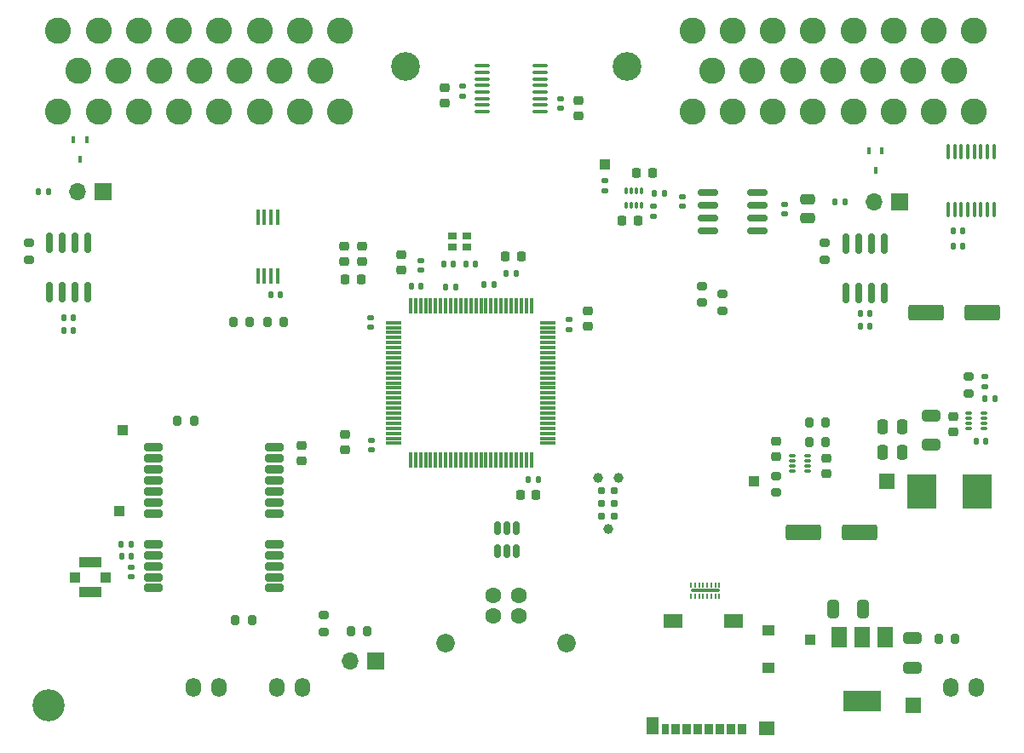
<source format=gts>
G04 #@! TF.GenerationSoftware,KiCad,Pcbnew,8.0.2*
G04 #@! TF.CreationDate,2025-01-25T00:37:37-07:00*
G04 #@! TF.ProjectId,sdm24logger,73646d32-346c-46f6-9767-65722e6b6963,v3.1*
G04 #@! TF.SameCoordinates,Original*
G04 #@! TF.FileFunction,Soldermask,Top*
G04 #@! TF.FilePolarity,Negative*
%FSLAX46Y46*%
G04 Gerber Fmt 4.6, Leading zero omitted, Abs format (unit mm)*
G04 Created by KiCad (PCBNEW 8.0.2) date 2025-01-25 00:37:37*
%MOMM*%
%LPD*%
G01*
G04 APERTURE LIST*
G04 Aperture macros list*
%AMRoundRect*
0 Rectangle with rounded corners*
0 $1 Rounding radius*
0 $2 $3 $4 $5 $6 $7 $8 $9 X,Y pos of 4 corners*
0 Add a 4 corners polygon primitive as box body*
4,1,4,$2,$3,$4,$5,$6,$7,$8,$9,$2,$3,0*
0 Add four circle primitives for the rounded corners*
1,1,$1+$1,$2,$3*
1,1,$1+$1,$4,$5*
1,1,$1+$1,$6,$7*
1,1,$1+$1,$8,$9*
0 Add four rect primitives between the rounded corners*
20,1,$1+$1,$2,$3,$4,$5,0*
20,1,$1+$1,$4,$5,$6,$7,0*
20,1,$1+$1,$6,$7,$8,$9,0*
20,1,$1+$1,$8,$9,$2,$3,0*%
G04 Aperture macros list end*
%ADD10RoundRect,0.140000X0.140000X0.170000X-0.140000X0.170000X-0.140000X-0.170000X0.140000X-0.170000X0*%
%ADD11RoundRect,0.135000X-0.135000X-0.185000X0.135000X-0.185000X0.135000X0.185000X-0.135000X0.185000X0*%
%ADD12RoundRect,0.200000X0.200000X0.275000X-0.200000X0.275000X-0.200000X-0.275000X0.200000X-0.275000X0*%
%ADD13RoundRect,0.140000X-0.140000X-0.170000X0.140000X-0.170000X0.140000X0.170000X-0.140000X0.170000X0*%
%ADD14RoundRect,0.225000X-0.250000X0.225000X-0.250000X-0.225000X0.250000X-0.225000X0.250000X0.225000X0*%
%ADD15RoundRect,0.250000X-1.500000X-0.550000X1.500000X-0.550000X1.500000X0.550000X-1.500000X0.550000X0*%
%ADD16RoundRect,0.200000X-0.200000X-0.275000X0.200000X-0.275000X0.200000X0.275000X-0.200000X0.275000X0*%
%ADD17RoundRect,0.225000X-0.225000X-0.250000X0.225000X-0.250000X0.225000X0.250000X-0.225000X0.250000X0*%
%ADD18RoundRect,0.225000X0.225000X0.250000X-0.225000X0.250000X-0.225000X-0.250000X0.225000X-0.250000X0*%
%ADD19R,1.000000X1.000000*%
%ADD20RoundRect,0.200000X0.275000X-0.200000X0.275000X0.200000X-0.275000X0.200000X-0.275000X-0.200000X0*%
%ADD21R,1.700000X1.700000*%
%ADD22O,1.700000X1.700000*%
%ADD23C,2.844800*%
%ADD24C,2.600000*%
%ADD25RoundRect,0.150000X-0.150000X0.512500X-0.150000X-0.512500X0.150000X-0.512500X0.150000X0.512500X0*%
%ADD26RoundRect,0.250000X1.500000X0.550000X-1.500000X0.550000X-1.500000X-0.550000X1.500000X-0.550000X0*%
%ADD27RoundRect,0.140000X0.170000X-0.140000X0.170000X0.140000X-0.170000X0.140000X-0.170000X-0.140000X0*%
%ADD28RoundRect,0.050000X-0.050000X0.175000X-0.050000X-0.175000X0.050000X-0.175000X0.050000X0.175000X0*%
%ADD29RoundRect,0.075000X-1.325000X0.075000X-1.325000X-0.075000X1.325000X-0.075000X1.325000X0.075000X0*%
%ADD30RoundRect,0.135000X0.185000X-0.135000X0.185000X0.135000X-0.185000X0.135000X-0.185000X-0.135000X0*%
%ADD31R,2.200000X1.050000*%
%ADD32R,2.950000X3.500000*%
%ADD33RoundRect,0.218750X0.218750X0.256250X-0.218750X0.256250X-0.218750X-0.256250X0.218750X-0.256250X0*%
%ADD34RoundRect,0.225000X0.250000X-0.225000X0.250000X0.225000X-0.250000X0.225000X-0.250000X-0.225000X0*%
%ADD35RoundRect,0.075000X0.075000X-0.260000X0.075000X0.260000X-0.075000X0.260000X-0.075000X-0.260000X0*%
%ADD36RoundRect,0.250000X-0.325000X-0.650000X0.325000X-0.650000X0.325000X0.650000X-0.325000X0.650000X0*%
%ADD37R,0.850000X1.100000*%
%ADD38R,0.750000X1.100000*%
%ADD39R,1.200000X1.000000*%
%ADD40R,1.550000X1.350000*%
%ADD41R,1.900000X1.350000*%
%ADD42R,1.170000X1.800000*%
%ADD43RoundRect,0.075000X-0.075000X0.725000X-0.075000X-0.725000X0.075000X-0.725000X0.075000X0.725000X0*%
%ADD44RoundRect,0.075000X-0.725000X0.075000X-0.725000X-0.075000X0.725000X-0.075000X0.725000X0.075000X0*%
%ADD45RoundRect,0.250000X-0.250000X-0.475000X0.250000X-0.475000X0.250000X0.475000X-0.250000X0.475000X0*%
%ADD46R,0.450000X0.700000*%
%ADD47R,1.500000X1.500000*%
%ADD48RoundRect,0.150000X0.150000X-0.825000X0.150000X0.825000X-0.150000X0.825000X-0.150000X-0.825000X0*%
%ADD49RoundRect,0.135000X-0.185000X0.135000X-0.185000X-0.135000X0.185000X-0.135000X0.185000X0.135000X0*%
%ADD50C,3.200000*%
%ADD51C,0.990600*%
%ADD52C,0.787400*%
%ADD53RoundRect,0.250000X-0.650000X0.325000X-0.650000X-0.325000X0.650000X-0.325000X0.650000X0.325000X0*%
%ADD54RoundRect,0.200000X-0.275000X0.200000X-0.275000X-0.200000X0.275000X-0.200000X0.275000X0.200000X0*%
%ADD55O,1.524000X1.924000*%
%ADD56RoundRect,0.150000X0.825000X0.150000X-0.825000X0.150000X-0.825000X-0.150000X0.825000X-0.150000X0*%
%ADD57RoundRect,0.140000X-0.170000X0.140000X-0.170000X-0.140000X0.170000X-0.140000X0.170000X0.140000X0*%
%ADD58RoundRect,0.147500X0.172500X-0.147500X0.172500X0.147500X-0.172500X0.147500X-0.172500X-0.147500X0*%
%ADD59RoundRect,0.075000X0.260000X0.075000X-0.260000X0.075000X-0.260000X-0.075000X0.260000X-0.075000X0*%
%ADD60C,1.840000*%
%ADD61C,1.600000*%
%ADD62RoundRect,0.200000X-0.700000X-0.200000X0.700000X-0.200000X0.700000X0.200000X-0.700000X0.200000X0*%
%ADD63R,0.900000X0.800000*%
%ADD64RoundRect,0.100000X-0.100000X0.637500X-0.100000X-0.637500X0.100000X-0.637500X0.100000X0.637500X0*%
%ADD65RoundRect,0.075000X-0.260000X-0.075000X0.260000X-0.075000X0.260000X0.075000X-0.260000X0.075000X0*%
%ADD66RoundRect,0.250000X0.475000X-0.250000X0.475000X0.250000X-0.475000X0.250000X-0.475000X-0.250000X0*%
%ADD67RoundRect,0.135000X0.135000X0.185000X-0.135000X0.185000X-0.135000X-0.185000X0.135000X-0.185000X0*%
%ADD68RoundRect,0.100000X-0.100000X0.675000X-0.100000X-0.675000X0.100000X-0.675000X0.100000X0.675000X0*%
%ADD69RoundRect,0.100000X0.637500X0.100000X-0.637500X0.100000X-0.637500X-0.100000X0.637500X-0.100000X0*%
%ADD70R,1.500000X2.000000*%
%ADD71R,3.800000X2.000000*%
G04 APERTURE END LIST*
D10*
X126480000Y-111500000D03*
X125520000Y-111500000D03*
D11*
X164155000Y-103000000D03*
X165175000Y-103000000D03*
D12*
X117725000Y-145700000D03*
X116075000Y-145700000D03*
D13*
X175920000Y-107400000D03*
X176880000Y-107400000D03*
D14*
X139600000Y-113825000D03*
X139600000Y-115375000D03*
D15*
X161060000Y-135840000D03*
X166660000Y-135840000D03*
D10*
X88505000Y-114500000D03*
X87545000Y-114500000D03*
D16*
X104375000Y-114900000D03*
X106025000Y-114900000D03*
D17*
X132925000Y-132100000D03*
X134475000Y-132100000D03*
D12*
X100495000Y-124800000D03*
X98845000Y-124800000D03*
D10*
X123025000Y-111400000D03*
X122065000Y-111400000D03*
D18*
X144600000Y-104865000D03*
X143050000Y-104865000D03*
D19*
X93370000Y-125700000D03*
D12*
X163285000Y-126840000D03*
X161635000Y-126840000D03*
D20*
X163200000Y-108725000D03*
X163200000Y-107075000D03*
D21*
X91475000Y-102000000D03*
D22*
X88935000Y-102000000D03*
D23*
X121499999Y-89500115D03*
D24*
X114999999Y-94000000D03*
X111000000Y-94000000D03*
X107000000Y-94000000D03*
X103000000Y-94000000D03*
X99000001Y-94000000D03*
X95000001Y-94000000D03*
X91000002Y-94000000D03*
X87000002Y-94000000D03*
X113000001Y-90000000D03*
X109000001Y-90000000D03*
X105000001Y-90000000D03*
X101000002Y-90000000D03*
X97000002Y-90000000D03*
X93000003Y-90000000D03*
X89000003Y-90000000D03*
X114999999Y-86000000D03*
X111000000Y-86000000D03*
X107000000Y-86000000D03*
X103000000Y-86000000D03*
X99000001Y-86000000D03*
X95000001Y-86000000D03*
X91000002Y-86000000D03*
X87000002Y-86000000D03*
D23*
X143500005Y-89500115D03*
D24*
X177999999Y-94000000D03*
X174000000Y-94000000D03*
X170000000Y-94000000D03*
X166000000Y-94000000D03*
X162000001Y-94000000D03*
X158000001Y-94000000D03*
X154000002Y-94000000D03*
X150000002Y-94000000D03*
X176000001Y-90000000D03*
X172000001Y-90000000D03*
X168000001Y-90000000D03*
X164000002Y-90000000D03*
X160000002Y-90000000D03*
X156000003Y-90000000D03*
X152000003Y-90000000D03*
X177999999Y-86000000D03*
X174000000Y-86000000D03*
X170000000Y-86000000D03*
X166000000Y-86000000D03*
X162000001Y-86000000D03*
X158000001Y-86000000D03*
X154000002Y-86000000D03*
X150000002Y-86000000D03*
D25*
X132550000Y-135462500D03*
X131600000Y-135462500D03*
X130650000Y-135462500D03*
X130650000Y-137737500D03*
X131600000Y-137737500D03*
X132550000Y-137737500D03*
D10*
X94250000Y-138200000D03*
X93290000Y-138200000D03*
D19*
X161700000Y-146500000D03*
D26*
X178800000Y-114000000D03*
X173200000Y-114000000D03*
D12*
X176125000Y-146400000D03*
X174475000Y-146400000D03*
D10*
X167680000Y-115400000D03*
X166720000Y-115400000D03*
D27*
X118100000Y-127680000D03*
X118100000Y-126720000D03*
D28*
X152680000Y-141075000D03*
X152280000Y-141075000D03*
X151880000Y-141075000D03*
X151480000Y-141075000D03*
X151080000Y-141075000D03*
X150680000Y-141075000D03*
X150280000Y-141075000D03*
X149880000Y-141075000D03*
X149880000Y-142225000D03*
X150280000Y-142225000D03*
X150680000Y-142225000D03*
X151080000Y-142225000D03*
X151480000Y-142225000D03*
X151880000Y-142225000D03*
X152280000Y-142225000D03*
X152680000Y-142225000D03*
D29*
X151280000Y-141650000D03*
D27*
X159200000Y-104180000D03*
X159200000Y-103220000D03*
D30*
X146155000Y-104435000D03*
X146155000Y-103415000D03*
D19*
X91670000Y-140300000D03*
D31*
X90170000Y-141775000D03*
D19*
X88670000Y-140300000D03*
D31*
X90170000Y-138825000D03*
D10*
X128460000Y-109170000D03*
X127500000Y-109170000D03*
D32*
X172835000Y-131800000D03*
X178285000Y-131800000D03*
D16*
X104575000Y-144600000D03*
X106225000Y-144600000D03*
D10*
X126260000Y-109170000D03*
X125300000Y-109170000D03*
D33*
X117085000Y-110697500D03*
X115510000Y-110697500D03*
D27*
X123000000Y-109780000D03*
X123000000Y-108820000D03*
D34*
X115410000Y-108972500D03*
X115410000Y-107422500D03*
D19*
X156160000Y-130740000D03*
D35*
X143425000Y-103365000D03*
X143925000Y-103365000D03*
X144425000Y-103365000D03*
X144925000Y-103365000D03*
X144925000Y-101885000D03*
X144425000Y-101885000D03*
X143925000Y-101885000D03*
X143425000Y-101885000D03*
D36*
X163985000Y-143440000D03*
X166935000Y-143440000D03*
D37*
X154945000Y-155450000D03*
X153845000Y-155450000D03*
X152745000Y-155450000D03*
X151645000Y-155450000D03*
X150545000Y-155450000D03*
X149445000Y-155450000D03*
X148345000Y-155450000D03*
D38*
X147295000Y-155450000D03*
D39*
X157580000Y-149300000D03*
X157580000Y-145600000D03*
D40*
X157405000Y-155325000D03*
D41*
X154080000Y-144625000D03*
X148110000Y-144625000D03*
D42*
X146085000Y-155100000D03*
D43*
X134000000Y-113325000D03*
X133500000Y-113325000D03*
X133000000Y-113325000D03*
X132500000Y-113325000D03*
X132000000Y-113325000D03*
X131500000Y-113325000D03*
X131000000Y-113325000D03*
X130500000Y-113325000D03*
X130000000Y-113325000D03*
X129500000Y-113325000D03*
X129000000Y-113325000D03*
X128500000Y-113325000D03*
X128000000Y-113325000D03*
X127500000Y-113325000D03*
X127000000Y-113325000D03*
X126500000Y-113325000D03*
X126000000Y-113325000D03*
X125500000Y-113325000D03*
X125000000Y-113325000D03*
X124500000Y-113325000D03*
X124000000Y-113325000D03*
X123500000Y-113325000D03*
X123000000Y-113325000D03*
X122500000Y-113325000D03*
X122000000Y-113325000D03*
D44*
X120325000Y-115000000D03*
X120325000Y-115500000D03*
X120325000Y-116000000D03*
X120325000Y-116500000D03*
X120325000Y-117000000D03*
X120325000Y-117500000D03*
X120325000Y-118000000D03*
X120325000Y-118500000D03*
X120325000Y-119000000D03*
X120325000Y-119500000D03*
X120325000Y-120000000D03*
X120325000Y-120500000D03*
X120325000Y-121000000D03*
X120325000Y-121500000D03*
X120325000Y-122000000D03*
X120325000Y-122500000D03*
X120325000Y-123000000D03*
X120325000Y-123500000D03*
X120325000Y-124000000D03*
X120325000Y-124500000D03*
X120325000Y-125000000D03*
X120325000Y-125500000D03*
X120325000Y-126000000D03*
X120325000Y-126500000D03*
X120325000Y-127000000D03*
D43*
X122000000Y-128675000D03*
X122500000Y-128675000D03*
X123000000Y-128675000D03*
X123500000Y-128675000D03*
X124000000Y-128675000D03*
X124500000Y-128675000D03*
X125000000Y-128675000D03*
X125500000Y-128675000D03*
X126000000Y-128675000D03*
X126500000Y-128675000D03*
X127000000Y-128675000D03*
X127500000Y-128675000D03*
X128000000Y-128675000D03*
X128500000Y-128675000D03*
X129000000Y-128675000D03*
X129500000Y-128675000D03*
X130000000Y-128675000D03*
X130500000Y-128675000D03*
X131000000Y-128675000D03*
X131500000Y-128675000D03*
X132000000Y-128675000D03*
X132500000Y-128675000D03*
X133000000Y-128675000D03*
X133500000Y-128675000D03*
X134000000Y-128675000D03*
D44*
X135675000Y-127000000D03*
X135675000Y-126500000D03*
X135675000Y-126000000D03*
X135675000Y-125500000D03*
X135675000Y-125000000D03*
X135675000Y-124500000D03*
X135675000Y-124000000D03*
X135675000Y-123500000D03*
X135675000Y-123000000D03*
X135675000Y-122500000D03*
X135675000Y-122000000D03*
X135675000Y-121500000D03*
X135675000Y-121000000D03*
X135675000Y-120500000D03*
X135675000Y-120000000D03*
X135675000Y-119500000D03*
X135675000Y-119000000D03*
X135675000Y-118500000D03*
X135675000Y-118000000D03*
X135675000Y-117500000D03*
X135675000Y-117000000D03*
X135675000Y-116500000D03*
X135675000Y-116000000D03*
X135675000Y-115500000D03*
X135675000Y-115000000D03*
D21*
X170640000Y-103000000D03*
D22*
X168100000Y-103000000D03*
D27*
X118045000Y-115490000D03*
X118045000Y-114530000D03*
D17*
X144480000Y-100125000D03*
X146030000Y-100125000D03*
D45*
X168950000Y-127860000D03*
X170850000Y-127860000D03*
D46*
X168850000Y-97900000D03*
X167550000Y-97900000D03*
X168200000Y-99900000D03*
X89795000Y-96810000D03*
X88495000Y-96810000D03*
X89145000Y-98810000D03*
D13*
X131520000Y-110100000D03*
X132480000Y-110100000D03*
D47*
X169360000Y-130800000D03*
D14*
X175910000Y-124325000D03*
X175910000Y-125875000D03*
X115500000Y-126125000D03*
X115500000Y-127675000D03*
D48*
X165295000Y-112075000D03*
X166565000Y-112075000D03*
X167835000Y-112075000D03*
X169105000Y-112075000D03*
X169105000Y-107125000D03*
X167835000Y-107125000D03*
X166565000Y-107125000D03*
X165295000Y-107125000D03*
D20*
X84100000Y-108760000D03*
X84100000Y-107110000D03*
D21*
X118575000Y-148600000D03*
D22*
X116035000Y-148600000D03*
D48*
X86095000Y-112010000D03*
X87365000Y-112010000D03*
X88635000Y-112010000D03*
X89905000Y-112010000D03*
X89905000Y-107060000D03*
X88635000Y-107060000D03*
X87365000Y-107060000D03*
X86095000Y-107060000D03*
D49*
X179100000Y-120390000D03*
X179100000Y-121410000D03*
D12*
X109425000Y-114900000D03*
X107775000Y-114900000D03*
D14*
X163360000Y-128465000D03*
X163360000Y-130015000D03*
D50*
X86000000Y-153000000D03*
D51*
X141616000Y-135480000D03*
X140600000Y-130400000D03*
X142632000Y-130400000D03*
D52*
X142251000Y-134210000D03*
X140981000Y-134210000D03*
X142251000Y-132940000D03*
X140981000Y-132940000D03*
X142251000Y-131670000D03*
X140981000Y-131670000D03*
D53*
X173700000Y-124225000D03*
X173700000Y-127175000D03*
D54*
X151000000Y-111375000D03*
X151000000Y-113025000D03*
X113400000Y-144075000D03*
X113400000Y-145725000D03*
X158310000Y-130240000D03*
X158310000Y-131890000D03*
D27*
X149025000Y-103445000D03*
X149025000Y-102485000D03*
D55*
X111270000Y-151270000D03*
X108730000Y-151270000D03*
D20*
X177460000Y-122025000D03*
X177460000Y-120375000D03*
D27*
X127200000Y-92480000D03*
X127200000Y-91520000D03*
D55*
X102970000Y-151270000D03*
X100430000Y-151270000D03*
D53*
X171860000Y-146365000D03*
X171860000Y-149315000D03*
D34*
X125400000Y-93175000D03*
X125400000Y-91625000D03*
D16*
X161635000Y-124940000D03*
X163285000Y-124940000D03*
D19*
X141325000Y-99265000D03*
D10*
X134680000Y-130600000D03*
X133720000Y-130600000D03*
D56*
X156475000Y-105905000D03*
X156475000Y-104635000D03*
X156475000Y-103365000D03*
X156475000Y-102095000D03*
X151525000Y-102095000D03*
X151525000Y-103365000D03*
X151525000Y-104635000D03*
X151525000Y-105905000D03*
D49*
X141325000Y-100855000D03*
X141325000Y-101875000D03*
D57*
X137745000Y-114720000D03*
X137745000Y-115680000D03*
D10*
X167680000Y-114100000D03*
X166720000Y-114100000D03*
D58*
X94270000Y-140285000D03*
X94270000Y-139315000D03*
D59*
X161460000Y-129740000D03*
X161460000Y-129240000D03*
X161460000Y-128740000D03*
X161460000Y-128240000D03*
X159980000Y-128240000D03*
X159980000Y-128740000D03*
X159980000Y-129240000D03*
X159980000Y-129740000D03*
D11*
X179050000Y-122600000D03*
X180070000Y-122600000D03*
D34*
X117210000Y-108972500D03*
X117210000Y-107422500D03*
D60*
X125490000Y-146870000D03*
X137530000Y-146870000D03*
D61*
X132760000Y-142160000D03*
X130260000Y-142160000D03*
X130260000Y-144160000D03*
X132760000Y-144160000D03*
D62*
X96470000Y-127400000D03*
X96470000Y-128500000D03*
X96470000Y-129600000D03*
X96470000Y-130700000D03*
X96470000Y-131800000D03*
X96470000Y-132900000D03*
X96470000Y-134000000D03*
X96470000Y-137000000D03*
X96470000Y-138100000D03*
X96470000Y-139200000D03*
X96470000Y-140300000D03*
X96470000Y-141400000D03*
X108470000Y-141400000D03*
X108470000Y-140300000D03*
X108470000Y-139200000D03*
X108470000Y-138100000D03*
X108470000Y-137000000D03*
X108470000Y-134000000D03*
X108470000Y-132900000D03*
X108470000Y-131800000D03*
X108470000Y-130700000D03*
X108470000Y-129600000D03*
X108470000Y-128500000D03*
X108470000Y-127400000D03*
D63*
X127580000Y-106420000D03*
X126180000Y-106420000D03*
X126180000Y-107520000D03*
X127580000Y-107520000D03*
D64*
X179975000Y-98037500D03*
X179325000Y-98037500D03*
X178675000Y-98037500D03*
X178025000Y-98037500D03*
X177375000Y-98037500D03*
X176725000Y-98037500D03*
X176075000Y-98037500D03*
X175425000Y-98037500D03*
X175425000Y-103762500D03*
X176075000Y-103762500D03*
X176725000Y-103762500D03*
X177375000Y-103762500D03*
X178025000Y-103762500D03*
X178675000Y-103762500D03*
X179325000Y-103762500D03*
X179975000Y-103762500D03*
D11*
X146215000Y-102165000D03*
X147235000Y-102165000D03*
D34*
X138700000Y-94475000D03*
X138700000Y-92925000D03*
X158310000Y-128315000D03*
X158310000Y-126765000D03*
D65*
X177480000Y-124040000D03*
X177480000Y-124540000D03*
X177480000Y-125040000D03*
X177480000Y-125540000D03*
X178960000Y-125540000D03*
X178960000Y-125040000D03*
X178960000Y-124540000D03*
X178960000Y-124040000D03*
D34*
X121100000Y-109775000D03*
X121100000Y-108225000D03*
D17*
X131425000Y-108400000D03*
X132975000Y-108400000D03*
D66*
X161500000Y-104650000D03*
X161500000Y-102750000D03*
D67*
X94280000Y-137000000D03*
X93260000Y-137000000D03*
D19*
X93070000Y-133700000D03*
D34*
X111170000Y-128775000D03*
X111170000Y-127225000D03*
D68*
X108775000Y-104540000D03*
X108125000Y-104540000D03*
X107475000Y-104540000D03*
X106825000Y-104540000D03*
X106825000Y-110340000D03*
X107475000Y-110340000D03*
X108125000Y-110340000D03*
X108775000Y-110340000D03*
D27*
X136900000Y-93680000D03*
X136900000Y-92720000D03*
D10*
X179180000Y-126800000D03*
X178220000Y-126800000D03*
D13*
X175920000Y-105900000D03*
X176880000Y-105900000D03*
D69*
X134865000Y-94020000D03*
X134865000Y-93370000D03*
X134865000Y-92720000D03*
X134865000Y-92070000D03*
X134865000Y-91420000D03*
X134865000Y-90770000D03*
X134865000Y-90120000D03*
X134865000Y-89470000D03*
X129140000Y-89470000D03*
X129140000Y-90120000D03*
X129140000Y-90770000D03*
X129140000Y-91420000D03*
X129140000Y-92070000D03*
X129140000Y-92720000D03*
X129140000Y-93370000D03*
X129140000Y-94020000D03*
D54*
X153000000Y-112175000D03*
X153000000Y-113825000D03*
D47*
X171950000Y-153000000D03*
D70*
X169210000Y-146290000D03*
X166910000Y-146290000D03*
D71*
X166910000Y-152590000D03*
D70*
X164610000Y-146290000D03*
D10*
X109080000Y-112200000D03*
X108120000Y-112200000D03*
X88505000Y-115800000D03*
X87545000Y-115800000D03*
D55*
X178270000Y-151270000D03*
X175730000Y-151270000D03*
D45*
X168950000Y-125360000D03*
X170850000Y-125360000D03*
D11*
X85025000Y-102025000D03*
X86045000Y-102025000D03*
D13*
X129320000Y-111200000D03*
X130280000Y-111200000D03*
M02*

</source>
